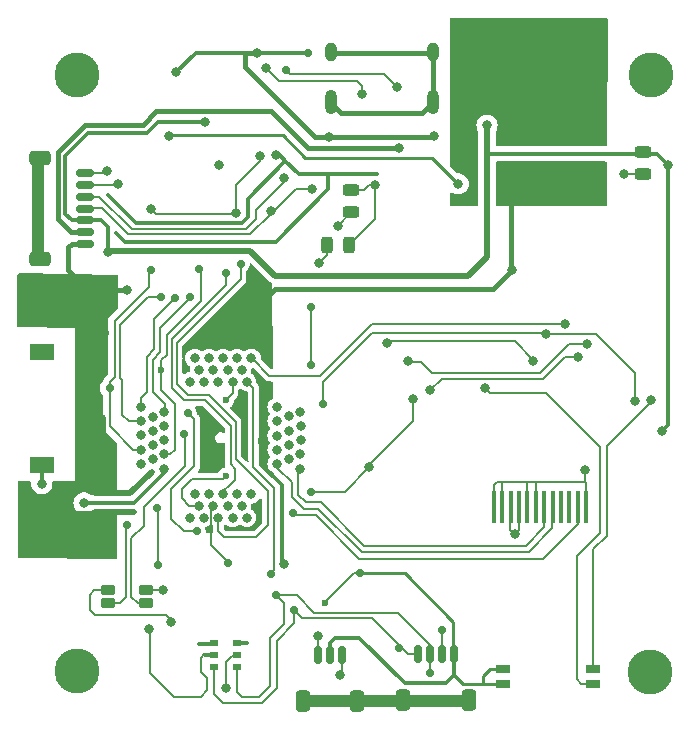
<source format=gbr>
%TF.GenerationSoftware,KiCad,Pcbnew,7.0.1*%
%TF.CreationDate,2023-04-07T20:32:22+02:00*%
%TF.ProjectId,ESP32 S3 MCU Socket,45535033-3220-4533-9320-4d435520536f,rev?*%
%TF.SameCoordinates,Original*%
%TF.FileFunction,Copper,L2,Bot*%
%TF.FilePolarity,Positive*%
%FSLAX46Y46*%
G04 Gerber Fmt 4.6, Leading zero omitted, Abs format (unit mm)*
G04 Created by KiCad (PCBNEW 7.0.1) date 2023-04-07 20:32:22*
%MOMM*%
%LPD*%
G01*
G04 APERTURE LIST*
G04 Aperture macros list*
%AMRoundRect*
0 Rectangle with rounded corners*
0 $1 Rounding radius*
0 $2 $3 $4 $5 $6 $7 $8 $9 X,Y pos of 4 corners*
0 Add a 4 corners polygon primitive as box body*
4,1,4,$2,$3,$4,$5,$6,$7,$8,$9,$2,$3,0*
0 Add four circle primitives for the rounded corners*
1,1,$1+$1,$2,$3*
1,1,$1+$1,$4,$5*
1,1,$1+$1,$6,$7*
1,1,$1+$1,$8,$9*
0 Add four rect primitives between the rounded corners*
20,1,$1+$1,$2,$3,$4,$5,0*
20,1,$1+$1,$4,$5,$6,$7,0*
20,1,$1+$1,$6,$7,$8,$9,0*
20,1,$1+$1,$8,$9,$2,$3,0*%
G04 Aperture macros list end*
%TA.AperFunction,ComponentPad*%
%ADD10C,3.800000*%
%TD*%
%TA.AperFunction,ComponentPad*%
%ADD11O,1.000000X2.100000*%
%TD*%
%TA.AperFunction,ComponentPad*%
%ADD12O,1.000000X1.600000*%
%TD*%
%TA.AperFunction,SMDPad,CuDef*%
%ADD13RoundRect,0.037100X0.317900X0.227900X-0.317900X0.227900X-0.317900X-0.227900X0.317900X-0.227900X0*%
%TD*%
%TA.AperFunction,SMDPad,CuDef*%
%ADD14RoundRect,0.150000X0.150000X0.625000X-0.150000X0.625000X-0.150000X-0.625000X0.150000X-0.625000X0*%
%TD*%
%TA.AperFunction,SMDPad,CuDef*%
%ADD15RoundRect,0.250000X0.350000X0.650000X-0.350000X0.650000X-0.350000X-0.650000X0.350000X-0.650000X0*%
%TD*%
%TA.AperFunction,ComponentPad*%
%ADD16C,0.800000*%
%TD*%
%TA.AperFunction,SMDPad,CuDef*%
%ADD17R,2.100000X1.400000*%
%TD*%
%TA.AperFunction,SMDPad,CuDef*%
%ADD18R,0.300000X2.800000*%
%TD*%
%TA.AperFunction,SMDPad,CuDef*%
%ADD19RoundRect,0.150000X0.625000X-0.150000X0.625000X0.150000X-0.625000X0.150000X-0.625000X-0.150000X0*%
%TD*%
%TA.AperFunction,SMDPad,CuDef*%
%ADD20RoundRect,0.250000X0.650000X-0.350000X0.650000X0.350000X-0.650000X0.350000X-0.650000X-0.350000X0*%
%TD*%
%TA.AperFunction,SMDPad,CuDef*%
%ADD21RoundRect,0.243750X0.456250X-0.243750X0.456250X0.243750X-0.456250X0.243750X-0.456250X-0.243750X0*%
%TD*%
%TA.AperFunction,SMDPad,CuDef*%
%ADD22R,1.270000X0.760000*%
%TD*%
%TA.AperFunction,SMDPad,CuDef*%
%ADD23RoundRect,0.124800X0.475200X0.275200X-0.475200X0.275200X-0.475200X-0.275200X0.475200X-0.275200X0*%
%TD*%
%TA.AperFunction,SMDPad,CuDef*%
%ADD24RoundRect,0.243750X-0.243750X-0.456250X0.243750X-0.456250X0.243750X0.456250X-0.243750X0.456250X0*%
%TD*%
%TA.AperFunction,ViaPad*%
%ADD25C,0.800000*%
%TD*%
%TA.AperFunction,ViaPad*%
%ADD26C,0.600000*%
%TD*%
%TA.AperFunction,ViaPad*%
%ADD27C,0.700000*%
%TD*%
%TA.AperFunction,Conductor*%
%ADD28C,1.000000*%
%TD*%
%TA.AperFunction,Conductor*%
%ADD29C,0.300000*%
%TD*%
%TA.AperFunction,Conductor*%
%ADD30C,0.150000*%
%TD*%
%TA.AperFunction,Conductor*%
%ADD31C,0.510000*%
%TD*%
%TA.AperFunction,Conductor*%
%ADD32C,0.400000*%
%TD*%
%TA.AperFunction,Conductor*%
%ADD33C,0.250000*%
%TD*%
%TA.AperFunction,Conductor*%
%ADD34C,0.320000*%
%TD*%
G04 APERTURE END LIST*
D10*
%TO.P,REF\u002A\u002A,1*%
%TO.N,N/C*%
X174030000Y-66080000D03*
%TD*%
%TO.P,REF\u002A\u002A,1*%
%TO.N,N/C*%
X125440000Y-116470000D03*
%TD*%
D11*
%TO.P,J1,S1,SHIELD*%
%TO.N,Net-(J1-SHIELD-PadS1)*%
X155530000Y-68310000D03*
D12*
X155530000Y-64130000D03*
D11*
X146890000Y-68310000D03*
D12*
X146890000Y-64130000D03*
%TD*%
D10*
%TO.P,REF\u002A\u002A,1*%
%TO.N,N/C*%
X125450000Y-66040000D03*
%TD*%
%TO.P,REF\u002A\u002A,1*%
%TO.N,N/C*%
X173940000Y-116620000D03*
%TD*%
D13*
%TO.P,U3,1,NC*%
%TO.N,unconnected-(U3-NC-Pad1)*%
X138970000Y-114120000D03*
%TO.P,U3,2,VDD*%
%TO.N,3V3*%
X138970000Y-115120000D03*
%TO.P,U3,3,SCL*%
%TO.N,GPIO9_I2C_SCL*%
X138970000Y-116120000D03*
%TO.P,U3,4,SDA*%
%TO.N,GPIO8_I2C_SDA*%
X137000000Y-116120000D03*
%TO.P,U3,5,GND*%
%TO.N,GND*%
X137000000Y-115120000D03*
%TO.P,U3,6,NC*%
%TO.N,unconnected-(U3-NC-Pad6)*%
X137000000Y-114120000D03*
%TD*%
D14*
%TO.P,I2C_PLUG1,1,Pin_1*%
%TO.N,GND*%
X157320000Y-115100000D03*
%TO.P,I2C_PLUG1,2,Pin_2*%
%TO.N,3V3*%
X156320000Y-115100000D03*
%TO.P,I2C_PLUG1,3,Pin_3*%
%TO.N,GPIO9_I2C_SCL*%
X155320000Y-115100000D03*
%TO.P,I2C_PLUG1,4,Pin_4*%
%TO.N,GPIO8_I2C_SDA*%
X154320000Y-115100000D03*
D15*
%TO.P,I2C_PLUG1,MP*%
%TO.N,N/C*%
X158620000Y-118975000D03*
X153020000Y-118975000D03*
%TD*%
D14*
%TO.P,ExtSW1,1,Pin_1*%
%TO.N,ADC_IN_IO04*%
X147850000Y-115165000D03*
%TO.P,ExtSW1,2,Pin_2*%
%TO.N,GND*%
X146850000Y-115165000D03*
%TO.P,ExtSW1,3,Pin_3*%
%TO.N,3V3*%
X145850000Y-115165000D03*
D15*
%TO.P,ExtSW1,MP*%
%TO.N,N/C*%
X149150000Y-119040000D03*
X144550000Y-119040000D03*
%TD*%
D16*
%TO.P,ESP32S1,1,LNA_IN/RF*%
%TO.N,Net-(ESP32S1-LNA_IN{slash}RF)*%
X132820000Y-99370000D03*
%TO.P,ESP32S1,2,VDD3P3*%
%TO.N,Net-(E-VDD3-C2-Pad1)*%
X130820000Y-98970000D03*
%TO.P,ESP32S1,3,VDD3P3*%
X131830000Y-98560000D03*
%TO.P,ESP32S1,4,CHIP_PU/RESET*%
%TO.N,CHIP_EN*%
X132820000Y-98170000D03*
%TO.P,ESP32S1,5,GPIO0/BOOT*%
%TO.N,ESP_GPIO0_BOOT-DTR*%
X130820000Y-97770000D03*
%TO.P,ESP32S1,6,GPIO1/ADC1_CH0*%
%TO.N,BAT_SENSE_IO21*%
X131830000Y-97360000D03*
%TO.P,ESP32S1,7,GPIO2/ADC1_CH1*%
%TO.N,LED_B_IO05*%
X132820000Y-96960000D03*
%TO.P,ESP32S1,8,GPIO3/ADC1_CH2*%
%TO.N,GND*%
X130820000Y-96560000D03*
%TO.P,ESP32S1,9,GPIO4/ADC1_CH3*%
%TO.N,LED_G_IO02*%
X131820000Y-96160000D03*
%TO.P,ESP32S1,10,GPIO5/ADC1_CH4*%
%TO.N,LED_R_IO04*%
X132820000Y-95760000D03*
%TO.P,ESP32S1,11,GPIO6/ADC1_CH5*%
%TO.N,ADC_IN_IO04*%
X130820000Y-95360000D03*
%TO.P,ESP32S1,12,GPIO7/ADC1_CH6*%
%TO.N,VOLTAGE_REF_IO07*%
X131820000Y-94960000D03*
%TO.P,ESP32S1,13,GPIO8/ADC1_CH7*%
%TO.N,GPIO8_I2C_SDA*%
X132820000Y-94570000D03*
%TO.P,ESP32S1,14,GPIO9/ADC1_CH8*%
%TO.N,GPIO9_I2C_SCL*%
X130820000Y-94170000D03*
%TO.P,ESP32S1,15,GPIO10/ADC1_CH9*%
%TO.N,STORAGE_CS_IO10*%
X134980000Y-92010000D03*
%TO.P,ESP32S1,16,GPIO11/ADC2_CH0*%
%TO.N,STORAGE_MOSI_SPID_IO11*%
X135380000Y-90010000D03*
%TO.P,ESP32S1,17,GPIO12/ADC2_CH1*%
%TO.N,FSPICLK_IO12*%
X135770000Y-91000000D03*
%TO.P,ESP32S1,18,GPIO13/ADC2_CH2*%
%TO.N,STORAGE_MISO_SPIQ_IO13*%
X136180000Y-92010000D03*
%TO.P,ESP32S1,19,GPIO14/ADC2_CH3*%
%TO.N,DAC_CALIBRATION*%
X136570000Y-90010000D03*
%TO.P,ESP32S1,20,VDD3P3_RTC*%
%TO.N,3V3*%
X136970000Y-91000000D03*
%TO.P,ESP32S1,21,GPIO15/ADC2_CH4/XTAL_32K_P*%
%TO.N,Net-(ESP32S1-GPIO15{slash}ADC2_CH4{slash}XTAL_32K_P)*%
X137370000Y-92010000D03*
%TO.P,ESP32S1,22,GPIO16/ADC2_CH5/XTAL_32K_N*%
%TO.N,Net-(ESP32S1-GPIO16{slash}ADC2_CH5{slash}XTAL_32K_N)*%
X137770000Y-90010000D03*
%TO.P,ESP32S1,23,GPIO17/ADC2_CH6/DAC_2*%
%TO.N,STORAGE_2_CS_IO17*%
X138180000Y-91000000D03*
%TO.P,ESP32S1,24,GPIO18/ADC2_CH7/DAC_1*%
%TO.N,DAC_CALIBRATION*%
X138580000Y-92010000D03*
%TO.P,ESP32S1,25,GPIO19/USB_D-/ADC2_CH8*%
%TO.N,USB_D-*%
X138980000Y-90010000D03*
%TO.P,ESP32S1,26,GPIO20/USB_D+/ADC2_CH9*%
%TO.N,USB_D+*%
X139380000Y-91000000D03*
%TO.P,ESP32S1,27,GPIO21*%
%TO.N,IMU_CS_IO21*%
X139780000Y-92010000D03*
%TO.P,ESP32S1,28,SPI_CS1/GPIO26*%
%TO.N,SPICS1*%
X140180000Y-90010000D03*
%TO.P,ESP32S1,29,VDD_SPI*%
%TO.N,VDD_SPI*%
X142340000Y-94170000D03*
%TO.P,ESP32S1,30,SPIHD/GPIO27*%
%TO.N,SPIHD*%
X144330000Y-94570000D03*
%TO.P,ESP32S1,31,SPIWP/GPIO28*%
%TO.N,SPIWP*%
X143340000Y-94950000D03*
%TO.P,ESP32S1,32,SPICS0/GPIO29*%
%TO.N,SPICS0*%
X142340000Y-95360000D03*
%TO.P,ESP32S1,33,SPICLK/GPIO30*%
%TO.N,SPICLK*%
X144340000Y-95760000D03*
%TO.P,ESP32S1,34,SPIQ/GPIO31*%
%TO.N,SPIQ*%
X143350000Y-96160000D03*
%TO.P,ESP32S1,35,SPID/GPIO32*%
%TO.N,SPID*%
X142340000Y-96570000D03*
%TO.P,ESP32S1,36,SPICLK_N/GPIO48*%
%TO.N,unconnected-(ESP32S1-SPICLK_N{slash}GPIO48-Pad36)*%
X144350000Y-96960000D03*
%TO.P,ESP32S1,37,SPICLK_P/GPIO47*%
%TO.N,unconnected-(ESP32S1-SPICLK_P{slash}GPIO47-Pad37)*%
X143330000Y-97370000D03*
%TO.P,ESP32S1,38,GPIO33*%
%TO.N,TEMT6000_IO33*%
X142330000Y-97770000D03*
%TO.P,ESP32S1,39,GPIO34*%
%TO.N,PLUG_PWR_3V3_EN_IO38*%
X144330000Y-98170000D03*
%TO.P,ESP32S1,40,GPIO35*%
%TO.N,LCD2_LED_IO10*%
X143340000Y-98560000D03*
%TO.P,ESP32S1,41,GPIO36*%
%TO.N,LCD2_CS_IO12*%
X142330000Y-98960000D03*
%TO.P,ESP32S1,42,GPIO37*%
%TO.N,LCD2_DC_IO11*%
X144330000Y-99370000D03*
%TO.P,ESP32S1,43,GPIO38*%
%TO.N,LCD2_RST_IO33*%
X140180000Y-101510000D03*
%TO.P,ESP32S1,44,MTCK/JTAG/GPIO39*%
%TO.N,unconnected-(ESP32S1-MTCK{slash}JTAG{slash}GPIO39-Pad44)*%
X139780000Y-103510000D03*
%TO.P,ESP32S1,45,MTDO/JTAG/GPIO40*%
%TO.N,unconnected-(ESP32S1-MTDO{slash}JTAG{slash}GPIO40-Pad45)*%
X139370000Y-102500000D03*
%TO.P,ESP32S1,46,VDD3P3_CPU*%
%TO.N,3V3*%
X138580000Y-103510000D03*
%TO.P,ESP32S1,47,MTDI/JTAG/GPIO41*%
%TO.N,unconnected-(ESP32S1-MTDI{slash}JTAG{slash}GPIO41-Pad47)*%
X138980000Y-101510000D03*
%TO.P,ESP32S1,48,MTMS/JTAG/GPIO42*%
%TO.N,unconnected-(ESP32S1-MTMS{slash}JTAG{slash}GPIO42-Pad48)*%
X138170000Y-102500000D03*
%TO.P,ESP32S1,49,U0TXD/PROG/GPIO43*%
%TO.N,Net-(ESP32S1-U0TXD{slash}PROG{slash}GPIO43)*%
X137370000Y-103510000D03*
%TO.P,ESP32S1,50,U0RXD/PROG/GPIO44*%
%TO.N,RXD0*%
X137770000Y-101510000D03*
%TO.P,ESP32S1,51,GPIO45*%
%TO.N,GND*%
X136960000Y-102500000D03*
%TO.P,ESP32S1,52,GPIO46*%
%TO.N,ESP_GPIO0_BOOT-DTR*%
X136170000Y-103510000D03*
%TO.P,ESP32S1,53,XTAL_N*%
%TO.N,Net-(ESP32S1-XTAL_N)*%
X136570000Y-101510000D03*
%TO.P,ESP32S1,54,XTAL_P*%
%TO.N,Net-(ESP32S1-XTAL_P)*%
X135760000Y-102500000D03*
%TO.P,ESP32S1,55,VDDA*%
%TO.N,3V3*%
X135380000Y-101510000D03*
%TO.P,ESP32S1,56,VDDA*%
X134980000Y-103510000D03*
%TD*%
D17*
%TO.P,ANT1,1,1*%
%TO.N,Net-(ANT1-Pad1)*%
X122430000Y-99020000D03*
%TO.P,ANT1,2,2*%
%TO.N,unconnected-(ANT1-Pad2)*%
X122430000Y-89520000D03*
%TD*%
D18*
%TO.P,LCD1,1,Pin_1*%
%TO.N,GND*%
X160705000Y-102595000D03*
%TO.P,LCD1,2,Pin_2*%
X161415000Y-102600000D03*
%TO.P,LCD1,3,Pin_3*%
%TO.N,3V3*%
X162125000Y-102600000D03*
%TO.P,LCD1,4,Pin_4*%
X162835000Y-102595000D03*
%TO.P,LCD1,5,Pin_5*%
%TO.N,GND*%
X163545000Y-102600000D03*
%TO.P,LCD1,6,Pin_6*%
X164260000Y-102595000D03*
%TO.P,LCD1,7,Pin_7*%
%TO.N,LCD2_DC_IO11*%
X164970000Y-102595000D03*
%TO.P,LCD1,8,Pin_8*%
%TO.N,LCD2_CS_IO12*%
X165680000Y-102595000D03*
%TO.P,LCD1,9,Pin_9*%
%TO.N,unconnected-(LCD1-Pin_9-Pad9)*%
X166390000Y-102590000D03*
%TO.P,LCD1,10,Pin_10*%
%TO.N,unconnected-(LCD1-Pin_10-Pad10)*%
X167100000Y-102595000D03*
%TO.P,LCD1,11,Pin_11*%
%TO.N,LCD2_RST_IO33*%
X167810000Y-102595000D03*
%TO.P,LCD1,12,Pin_12*%
%TO.N,GND*%
X168520000Y-102595000D03*
%TD*%
D19*
%TO.P,J2,1,Pin_1*%
%TO.N,GND*%
X126130000Y-80350000D03*
%TO.P,J2,2,Pin_2*%
%TO.N,USB_VBUS*%
X126130000Y-79350000D03*
%TO.P,J2,3,Pin_3*%
%TO.N,3V3*%
X126130000Y-78350000D03*
%TO.P,J2,4,Pin_4*%
%TO.N,TXD0*%
X126130000Y-77350000D03*
%TO.P,J2,5,Pin_5*%
%TO.N,RXD0*%
X126130000Y-76350000D03*
%TO.P,J2,6,Pin_6*%
%TO.N,ESP_GPIO0_BOOT-DTR*%
X126130000Y-75350000D03*
%TO.P,J2,7,Pin_7*%
%TO.N,CHIP_EN*%
X126130000Y-74350000D03*
D20*
%TO.P,J2,MP*%
%TO.N,N/C*%
X122255000Y-81650000D03*
X122255000Y-73050000D03*
%TD*%
D21*
%TO.P,PWR-LED1,1,K*%
%TO.N,Net-(PWR-LED1-K)*%
X173370000Y-74417500D03*
%TO.P,PWR-LED1,2,A*%
%TO.N,3V3*%
X173370000Y-72542500D03*
%TD*%
%TO.P,CH-TX-RED1,1,K*%
%TO.N,Net-(CH-TX-RED1-K)*%
X148650000Y-77657500D03*
%TO.P,CH-TX-RED1,2,A*%
%TO.N,USB_VBUS*%
X148650000Y-75782500D03*
%TD*%
D22*
%TO.P,SW1,1*%
%TO.N,GND*%
X161480000Y-117615000D03*
%TO.P,SW1,2*%
X161480000Y-116345000D03*
%TO.P,SW1,3*%
%TO.N,GND_SRAM*%
X169100000Y-116345000D03*
%TO.P,SW1,4*%
%TO.N,GND_FLASH*%
X169100000Y-117615000D03*
%TD*%
D23*
%TO.P,LED1,1,GA*%
%TO.N,LED_G_IO02*%
X131240000Y-110750000D03*
%TO.P,LED1,2,BA*%
%TO.N,LED_B_IO05*%
X128060000Y-110760000D03*
%TO.P,LED1,3,RA*%
%TO.N,Net-(LED1-RA)*%
X131240000Y-109610000D03*
%TO.P,LED1,4,K*%
%TO.N,3V3*%
X128050000Y-109640000D03*
%TD*%
D24*
%TO.P,CH-RX-LED1,1,K*%
%TO.N,Net-(CH-RX-LED1-K)*%
X146610000Y-80410000D03*
%TO.P,CH-RX-LED1,2,A*%
%TO.N,USB_VBUS*%
X148485000Y-80410000D03*
%TD*%
D25*
%TO.N,GND*%
X140650000Y-64150000D03*
X155660000Y-71240000D03*
X162230000Y-82540000D03*
D26*
X140991635Y-97058365D03*
D27*
X144980000Y-64170000D03*
D25*
X131530000Y-112970000D03*
D26*
X140850000Y-102760000D03*
D25*
X142980000Y-107420000D03*
X142300000Y-72850000D03*
D27*
X145260000Y-101320000D03*
X138200000Y-107380000D03*
D25*
X127105645Y-93105645D03*
D27*
X145260000Y-85710000D03*
X145250000Y-90620000D03*
D25*
X137470000Y-73672500D03*
X168280000Y-67767500D03*
X146790000Y-71280000D03*
D26*
X146430000Y-110770000D03*
D25*
X129650000Y-84270000D03*
D27*
X127764500Y-87860000D03*
X149410000Y-108210000D03*
D25*
X168440000Y-99490000D03*
X153900000Y-93460000D03*
X126780000Y-105870000D03*
X150170000Y-99200000D03*
D27*
X141060000Y-86350000D03*
D25*
X133830000Y-65820000D03*
X162080000Y-73990000D03*
D26*
X137710000Y-97790000D03*
X139470000Y-93660000D03*
D25*
%TO.N,3V3*%
X160130000Y-70290000D03*
X145840000Y-113570000D03*
X138030000Y-117910000D03*
X174910000Y-96210000D03*
X162480000Y-104915500D03*
X128020000Y-80990000D03*
X133350000Y-112370000D03*
X175450000Y-73660000D03*
D27*
X156300000Y-112990000D03*
D25*
X136270000Y-70030000D03*
%TO.N,VIN*%
X133195000Y-71235000D03*
X157680000Y-75250000D03*
D27*
%TO.N,ADC_IN_IO04*%
X132490000Y-84870500D03*
D25*
X147700000Y-116870000D03*
%TO.N,CHIP_EN*%
X127920000Y-74140000D03*
D26*
X132555500Y-91030000D03*
D27*
X135760000Y-82500000D03*
D25*
%TO.N,Net-(ESP32S1-LNA_IN{slash}RF)*%
X126010000Y-102280000D03*
%TO.N,VDD_SPI*%
X153420000Y-90280000D03*
X168630000Y-88830000D03*
D26*
%TO.N,Net-(ESP32S1-XTAL_P)*%
X138013375Y-99966625D03*
D25*
%TO.N,SPICS1*%
X166770000Y-87140000D03*
%TO.N,SPIWP*%
X172670000Y-93600000D03*
X165160000Y-87970000D03*
D27*
X146220000Y-93920000D03*
D25*
%TO.N,SPIHD*%
X167823366Y-89946634D03*
X155330000Y-92740000D03*
%TO.N,TXD0*%
X141797841Y-77538416D03*
X145350000Y-75670000D03*
D27*
%TO.N,Net-(ESP32S1-U0TXD{slash}PROG{slash}GPIO43)*%
X139275256Y-82005500D03*
%TO.N,ESP_GPIO0_BOOT-DTR*%
X131687500Y-82550000D03*
X134786116Y-94620000D03*
D25*
X128870000Y-75290000D03*
D27*
X135550000Y-104680000D03*
X128180000Y-92550000D03*
%TO.N,LED_G_IO02*%
X134504240Y-96470260D03*
%TO.N,LED_R_IO04*%
X132253983Y-107516017D03*
X132203010Y-102733010D03*
%TO.N,LED_B_IO05*%
X129640000Y-104130000D03*
%TO.N,GPIO8_I2C_SDA*%
X143820000Y-111350000D03*
X152690000Y-114560000D03*
X134990000Y-84844500D03*
%TO.N,GPIO9_I2C_SCL*%
X142230000Y-110050000D03*
X133700000Y-84890000D03*
X155330000Y-116690000D03*
D26*
%TO.N,DAC_CALIBRATION*%
X138010000Y-93570000D03*
D27*
%TO.N,IMU_CS_IO21*%
X141860000Y-108260000D03*
D25*
%TO.N,SPICS0*%
X164060000Y-90270000D03*
X151660000Y-88690000D03*
D27*
%TO.N,LCD2_RST_IO33*%
X143700000Y-103160000D03*
D25*
%TO.N,RXD0*%
X142950000Y-74800000D03*
D27*
X138070000Y-82765500D03*
%TO.N,Net-(J1-CC1)*%
X143090000Y-65590000D03*
D25*
X152490000Y-67060000D03*
%TO.N,Net-(J1-CC2)*%
X149580000Y-67670000D03*
X141455282Y-65462013D03*
%TO.N,Net-(LED1-RA)*%
X132700000Y-109610000D03*
%TO.N,Net-(ANT1-Pad1)*%
X122427500Y-100630000D03*
%TO.N,Net-(PWR-LED1-K)*%
X171740000Y-74400000D03*
%TO.N,USB_VBUS*%
X152660000Y-72230000D03*
X150670000Y-75320000D03*
%TO.N,CH-DTR*%
X131655000Y-77345000D03*
X138884283Y-77685956D03*
X140940000Y-72900000D03*
%TO.N,Net-(CH-RX-LED1-K)*%
X145920000Y-81960000D03*
%TO.N,Net-(CH-TX-RED1-K)*%
X147470000Y-78840000D03*
%TO.N,GND_SRAM*%
X174020000Y-93530000D03*
%TO.N,GND_FLASH*%
X159980000Y-92580000D03*
%TD*%
D28*
%TO.N,*%
X122120000Y-81630000D02*
X122120000Y-73030000D01*
X158520000Y-119040000D02*
X158600000Y-118960000D01*
X144550000Y-119040000D02*
X158520000Y-119040000D01*
D29*
%TO.N,GND*%
X146670000Y-75720000D02*
X146670000Y-74455000D01*
D30*
X160940000Y-100510000D02*
X168210000Y-100510000D01*
D31*
X126790000Y-103240000D02*
X126965000Y-103065000D01*
D30*
X150170000Y-99070000D02*
X153900000Y-95340000D01*
D32*
X126370000Y-84250000D02*
X124680000Y-82560000D01*
D29*
X130449002Y-78559002D02*
X139360998Y-78559002D01*
X127710000Y-87914500D02*
X127764500Y-87860000D01*
D30*
X168410000Y-100510000D02*
X168210000Y-100510000D01*
D31*
X124580000Y-103240000D02*
X126790000Y-103240000D01*
D29*
X129468298Y-80150000D02*
X142240000Y-80150000D01*
D30*
X139460000Y-98362182D02*
X139853454Y-98755636D01*
X135890000Y-116575573D02*
X135890000Y-115360000D01*
D32*
X162160000Y-74300000D02*
X161960000Y-74100000D01*
D30*
X150170000Y-99200000D02*
X150120000Y-99250000D01*
D31*
X129937416Y-101430000D02*
X127580000Y-101430000D01*
D30*
X168490000Y-100510000D02*
X168510000Y-100530000D01*
D29*
X128080000Y-76190000D02*
X130449002Y-78559002D01*
X156630000Y-117500000D02*
X153160000Y-117500000D01*
X143055000Y-73351497D02*
X143055000Y-73325000D01*
X127764500Y-87860000D02*
X127760000Y-87855500D01*
D31*
X126790000Y-103240000D02*
X126790000Y-105800000D01*
D29*
X139850000Y-78070000D02*
X139850000Y-76556497D01*
D31*
X126965000Y-103065000D02*
X130245000Y-103065000D01*
D29*
X150815000Y-74455000D02*
X144185000Y-74455000D01*
D32*
X162230000Y-82540000D02*
X160620000Y-84150000D01*
D30*
X145260000Y-85710000D02*
X145250000Y-85720000D01*
D31*
X127105645Y-94625645D02*
X127580000Y-95100000D01*
D30*
X150120000Y-99250000D02*
X150120000Y-99270000D01*
X136450000Y-117135573D02*
X135890000Y-116575573D01*
D31*
X123830000Y-100710000D02*
X123830000Y-102490000D01*
D32*
X160620000Y-84150000D02*
X142210000Y-84150000D01*
D30*
X168210000Y-100510000D02*
X168490000Y-100510000D01*
X160705000Y-102620000D02*
X160705000Y-100745000D01*
X139470000Y-93660000D02*
X139460000Y-93670000D01*
X150170000Y-99200000D02*
X150170000Y-99070000D01*
D32*
X155620000Y-71280000D02*
X155660000Y-71240000D01*
X127105645Y-93105645D02*
X127105645Y-91834355D01*
X124680000Y-82560000D02*
X124680000Y-80630000D01*
X139630000Y-64200000D02*
X139680000Y-64150000D01*
D33*
X149410000Y-108210000D02*
X153150000Y-108210000D01*
D32*
X139680000Y-64150000D02*
X140650000Y-64150000D01*
D30*
X150120000Y-99270000D02*
X148070000Y-101320000D01*
D29*
X140991635Y-99009933D02*
X140991635Y-97058365D01*
D30*
X153940000Y-93500000D02*
X153900000Y-93460000D01*
D29*
X157300000Y-115085000D02*
X157300000Y-116830000D01*
D30*
X136150000Y-115100000D02*
X136190000Y-115100000D01*
X136780000Y-104180000D02*
X136780000Y-102592500D01*
D32*
X129630000Y-84250000D02*
X126370000Y-84250000D01*
D33*
X159780000Y-117615000D02*
X158085000Y-117615000D01*
X161480000Y-117615000D02*
X159780000Y-117615000D01*
D31*
X127580000Y-95100000D02*
X127580000Y-101430000D01*
D32*
X142210000Y-84150000D02*
X141060000Y-85300000D01*
D31*
X126190000Y-100710000D02*
X123830000Y-100710000D01*
D32*
X127760000Y-87855500D02*
X127760000Y-84270000D01*
D30*
X160705000Y-100745000D02*
X160940000Y-100510000D01*
X136780000Y-104260000D02*
X136780000Y-104277818D01*
D33*
X157290000Y-112350000D02*
X157290000Y-115185000D01*
D30*
X146430000Y-110680000D02*
X148870000Y-108240000D01*
X145250000Y-85720000D02*
X145250000Y-90620000D01*
D32*
X124680000Y-80630000D02*
X124980000Y-80330000D01*
D30*
X168440000Y-99490000D02*
X168440000Y-100480000D01*
D33*
X159780000Y-116950000D02*
X159780000Y-117615000D01*
D30*
X163535000Y-100515000D02*
X163540000Y-100510000D01*
X163535000Y-102765000D02*
X163535000Y-100515000D01*
D31*
X123830000Y-102490000D02*
X124580000Y-103240000D01*
D29*
X147290000Y-113670000D02*
X146850000Y-114110000D01*
D30*
X168510000Y-100530000D02*
X168510000Y-102760000D01*
D29*
X139360998Y-78559002D02*
X139850000Y-78070000D01*
X144185000Y-74455000D02*
X143055000Y-73325000D01*
D31*
X126910000Y-101430000D02*
X126190000Y-100710000D01*
D30*
X148070000Y-101320000D02*
X145260000Y-101320000D01*
D29*
X142240000Y-80150000D02*
X146670000Y-75720000D01*
D32*
X129650000Y-84270000D02*
X129630000Y-84250000D01*
D30*
X139460000Y-93670000D02*
X139460000Y-98362182D01*
D29*
X149330000Y-113670000D02*
X147290000Y-113670000D01*
D30*
X131530000Y-112970000D02*
X131610000Y-113050000D01*
D29*
X135500000Y-64150000D02*
X138520000Y-64150000D01*
X133790000Y-65820000D02*
X133830000Y-65820000D01*
D30*
X136780000Y-105820000D02*
X136780000Y-104180000D01*
D32*
X127105645Y-91834355D02*
X127710000Y-91230000D01*
D30*
X136450000Y-118140000D02*
X136450000Y-117135573D01*
X138200000Y-107240000D02*
X136780000Y-105820000D01*
X138200000Y-107380000D02*
X138200000Y-107240000D01*
D31*
X126790000Y-105800000D02*
X126800000Y-105810000D01*
D29*
X153160000Y-117500000D02*
X149330000Y-113670000D01*
X144980000Y-64170000D02*
X144960000Y-64150000D01*
X138520000Y-64150000D02*
X140650000Y-64150000D01*
D32*
X141060000Y-85300000D02*
X141060000Y-86350000D01*
X146790000Y-71280000D02*
X145560000Y-71280000D01*
D29*
X139850000Y-76556497D02*
X143055000Y-73351497D01*
X146850000Y-114110000D02*
X146850000Y-115165000D01*
D33*
X158085000Y-117615000D02*
X157300000Y-116830000D01*
D29*
X144960000Y-64150000D02*
X138520000Y-64150000D01*
D30*
X164250000Y-102760000D02*
X164250000Y-100530000D01*
X168440000Y-100480000D02*
X168410000Y-100510000D01*
D32*
X139630000Y-65350000D02*
X139630000Y-64200000D01*
D30*
X135890000Y-115360000D02*
X136150000Y-115100000D01*
D29*
X142755000Y-100773298D02*
X140991635Y-99009933D01*
X146430000Y-110770000D02*
X146430000Y-110680000D01*
D32*
X127710000Y-91230000D02*
X127710000Y-87914500D01*
D33*
X160385000Y-116345000D02*
X159780000Y-116950000D01*
D29*
X143055000Y-73325000D02*
X142580000Y-72850000D01*
D33*
X161480000Y-116345000D02*
X160385000Y-116345000D01*
D32*
X162160000Y-82470000D02*
X162160000Y-74300000D01*
D30*
X135870000Y-118720000D02*
X136450000Y-118140000D01*
D29*
X133830000Y-65820000D02*
X135500000Y-64150000D01*
D32*
X162230000Y-82540000D02*
X162160000Y-82470000D01*
D31*
X127580000Y-101430000D02*
X126910000Y-101430000D01*
D30*
X133630000Y-118720000D02*
X135870000Y-118720000D01*
D29*
X128754149Y-79435851D02*
X129468298Y-80150000D01*
D32*
X146790000Y-71280000D02*
X155620000Y-71280000D01*
D29*
X142300000Y-72850000D02*
X142580000Y-72850000D01*
D30*
X153900000Y-95340000D02*
X153900000Y-93460000D01*
D29*
X137003240Y-115120000D02*
X136210000Y-115120000D01*
D31*
X127105645Y-93105645D02*
X127105645Y-94625645D01*
X131733708Y-99633708D02*
X129937416Y-101430000D01*
D30*
X150120000Y-99250000D02*
X149820000Y-99250000D01*
X131610000Y-113050000D02*
X131610000Y-116700000D01*
X131610000Y-116700000D02*
X133630000Y-118720000D01*
D33*
X153150000Y-108210000D02*
X157290000Y-112350000D01*
D30*
X161405000Y-102765000D02*
X161405000Y-100555000D01*
X148870000Y-108240000D02*
X149410000Y-108240000D01*
D29*
X142755000Y-107195000D02*
X142755000Y-100773298D01*
D30*
X161405000Y-100555000D02*
X161450000Y-100510000D01*
D29*
X142980000Y-107420000D02*
X142755000Y-107195000D01*
D32*
X124980000Y-80330000D02*
X125995000Y-80330000D01*
D29*
X157300000Y-116830000D02*
X156630000Y-117500000D01*
D30*
X136780000Y-104260000D02*
X136780000Y-104180000D01*
D32*
X145560000Y-71280000D02*
X139630000Y-65350000D01*
D30*
%TO.N,3V3*%
X145850000Y-115165000D02*
X145850000Y-113700000D01*
X138030000Y-115740000D02*
X138569830Y-115200170D01*
X128050000Y-109640000D02*
X126890000Y-109640000D01*
X156210000Y-113090000D02*
X156300000Y-113020000D01*
X162115000Y-104550500D02*
X162115000Y-102765000D01*
X162835000Y-104560500D02*
X162835000Y-102620000D01*
D31*
X140095000Y-80955000D02*
X128055000Y-80955000D01*
D29*
X124960000Y-78330000D02*
X124430000Y-77800000D01*
X174540000Y-72710000D02*
X160130000Y-72710000D01*
X175470000Y-95650000D02*
X175470000Y-73640000D01*
D30*
X162480000Y-104915500D02*
X162835000Y-104560500D01*
X156300000Y-115085000D02*
X156300000Y-113180000D01*
D29*
X175470000Y-73640000D02*
X174540000Y-72710000D01*
D30*
X156300000Y-113020000D02*
X156270000Y-112990000D01*
X126480000Y-110050000D02*
X126480000Y-111320000D01*
D31*
X128055000Y-80955000D02*
X128020000Y-80990000D01*
D30*
X132940000Y-111750000D02*
X133570000Y-112380000D01*
D31*
X158540000Y-83060000D02*
X142200000Y-83060000D01*
X142200000Y-83060000D02*
X140095000Y-80955000D01*
X128070000Y-80980000D02*
X128080000Y-80980000D01*
D30*
X156300000Y-113180000D02*
X156210000Y-113090000D01*
X162480000Y-104915500D02*
X162115000Y-104550500D01*
D33*
X136270000Y-70030000D02*
X136160000Y-70170000D01*
D29*
X124430000Y-72930660D02*
X126370660Y-70990000D01*
X174910000Y-96210000D02*
X175470000Y-95650000D01*
X136240000Y-70060000D02*
X136270000Y-70030000D01*
D31*
X160130000Y-81470000D02*
X158540000Y-83060000D01*
D30*
X138030000Y-117910000D02*
X138030000Y-115740000D01*
D29*
X132240000Y-70060000D02*
X136240000Y-70060000D01*
D31*
X128020000Y-80990000D02*
X128070000Y-80980000D01*
D29*
X126370660Y-70990000D02*
X131310000Y-70990000D01*
D31*
X160130000Y-73130000D02*
X160130000Y-81470000D01*
D29*
X131310000Y-70990000D02*
X132240000Y-70060000D01*
D31*
X160130000Y-70290000D02*
X160130000Y-73130000D01*
D29*
X124430000Y-77800000D02*
X124430000Y-72930660D01*
D30*
X126910000Y-111750000D02*
X132940000Y-111750000D01*
X145850000Y-113700000D02*
X145800000Y-113650000D01*
D29*
X125995000Y-78330000D02*
X127460000Y-78330000D01*
D30*
X126480000Y-111320000D02*
X126910000Y-111750000D01*
X126890000Y-109640000D02*
X126480000Y-110050000D01*
D29*
X125995000Y-78330000D02*
X124960000Y-78330000D01*
D30*
X138569830Y-115200170D02*
X138646650Y-115200170D01*
D29*
X128020000Y-78890000D02*
X128020000Y-80990000D01*
X127460000Y-78330000D02*
X128020000Y-78890000D01*
D33*
%TO.N,VIN*%
X155460000Y-73030000D02*
X157680000Y-75250000D01*
X133270000Y-71160000D02*
X142854696Y-71160000D01*
X133195000Y-71235000D02*
X133270000Y-71160000D01*
X144724696Y-73030000D02*
X155460000Y-73030000D01*
X142854696Y-71160000D02*
X144724696Y-73030000D01*
D30*
%TO.N,ADC_IN_IO04*%
X132490000Y-84870500D02*
X131387318Y-84870500D01*
X129080000Y-87177818D02*
X129080000Y-91690000D01*
X129080000Y-91690000D02*
X129260000Y-91870000D01*
X129780000Y-95340000D02*
X130830000Y-95340000D01*
X147850000Y-116460000D02*
X147490000Y-116820000D01*
X147850000Y-115165000D02*
X147850000Y-116460000D01*
X131387318Y-84870500D02*
X129080000Y-87177818D01*
X129260000Y-91870000D02*
X129260000Y-94820000D01*
X132490000Y-84870500D02*
X132449500Y-84830000D01*
X129260000Y-94820000D02*
X129780000Y-95340000D01*
%TO.N,CHIP_EN*%
X133720000Y-93870000D02*
X133720000Y-97750000D01*
X133020000Y-89735636D02*
X133020000Y-88051937D01*
X135890000Y-85181937D02*
X135890000Y-82630000D01*
X132555500Y-90200136D02*
X133020000Y-89735636D01*
X127730000Y-74330000D02*
X127920000Y-74140000D01*
X125995000Y-74330000D02*
X127730000Y-74330000D01*
X133020000Y-88051937D02*
X135890000Y-85181937D01*
X132555500Y-92705500D02*
X133720000Y-93870000D01*
X132555500Y-91030000D02*
X132555500Y-90200136D01*
X135890000Y-82630000D02*
X135760000Y-82500000D01*
X133720000Y-97750000D02*
X133300000Y-98170000D01*
X132555500Y-91030000D02*
X132555500Y-92705500D01*
X133300000Y-98170000D02*
X132840000Y-98170000D01*
D34*
%TO.N,Net-(ESP32S1-LNA_IN{slash}RF)*%
X130270000Y-102250000D02*
X126040000Y-102250000D01*
X132840000Y-99370000D02*
X132840000Y-99680000D01*
X126010000Y-102280000D02*
X125980000Y-102250000D01*
X132840000Y-99680000D02*
X130270000Y-102250000D01*
X125980000Y-102250000D02*
X125910000Y-102250000D01*
X126040000Y-102250000D02*
X126010000Y-102280000D01*
X125910000Y-102250000D02*
X125890000Y-102270000D01*
D30*
%TO.N,VDD_SPI*%
X154560000Y-90310000D02*
X153450000Y-90310000D01*
X164640000Y-91240000D02*
X155490000Y-91240000D01*
X155490000Y-91240000D02*
X154560000Y-90310000D01*
X168630000Y-88830000D02*
X167050000Y-88830000D01*
X153450000Y-90310000D02*
X153420000Y-90280000D01*
X167050000Y-88830000D02*
X164640000Y-91240000D01*
%TO.N,Net-(ESP32S1-XTAL_P)*%
X138013375Y-99966625D02*
X137770000Y-100210000D01*
X135130000Y-100210000D02*
X134280000Y-101060000D01*
X134280000Y-101890000D02*
X134890000Y-102500000D01*
X137770000Y-100210000D02*
X135130000Y-100210000D01*
X134280000Y-101060000D02*
X134280000Y-101890000D01*
X134890000Y-102500000D02*
X135780000Y-102500000D01*
%TO.N,SPICS1*%
X141700000Y-91500000D02*
X140190000Y-89990000D01*
X166770000Y-87140000D02*
X166730000Y-87100000D01*
X150412182Y-87100000D02*
X146012182Y-91500000D01*
X166730000Y-87100000D02*
X150412182Y-87100000D01*
X146012182Y-91500000D02*
X141700000Y-91500000D01*
%TO.N,SPIWP*%
X165160000Y-87970000D02*
X165090000Y-87900000D01*
X169390000Y-87970000D02*
X172670000Y-91250000D01*
X172670000Y-91250000D02*
X172670000Y-93600000D01*
X165090000Y-87900000D02*
X150390000Y-87900000D01*
X150390000Y-87900000D02*
X146220000Y-92070000D01*
X165160000Y-87970000D02*
X169390000Y-87970000D01*
X146220000Y-92070000D02*
X146220000Y-93920000D01*
%TO.N,SPIHD*%
X156280000Y-91790000D02*
X155330000Y-92740000D01*
X164867817Y-91790000D02*
X156280000Y-91790000D01*
X167823366Y-89946634D02*
X166711184Y-89946634D01*
X166711184Y-89946634D02*
X164867817Y-91790000D01*
%TO.N,TXD0*%
X140081701Y-79500000D02*
X129702182Y-79500000D01*
X141797841Y-77538416D02*
X141797841Y-77783860D01*
X142101584Y-77538416D02*
X143980000Y-75660000D01*
X129702182Y-79500000D02*
X127532182Y-77330000D01*
X141797841Y-77783860D02*
X140081701Y-79500000D01*
X127532182Y-77330000D02*
X125995000Y-77330000D01*
X141797841Y-77538416D02*
X142101584Y-77538416D01*
X143980000Y-75660000D02*
X145340000Y-75660000D01*
X145340000Y-75660000D02*
X145370000Y-75690000D01*
%TO.N,Net-(ESP32S1-U0TXD{slash}PROG{slash}GPIO43)*%
X136577816Y-93120000D02*
X134800000Y-93120000D01*
X140540000Y-105130000D02*
X141560000Y-104110000D01*
X133860000Y-88767573D02*
X139275256Y-83352317D01*
X138840000Y-95382184D02*
X136577816Y-93120000D01*
X137380000Y-103490000D02*
X137380000Y-104610000D01*
X134800000Y-93120000D02*
X133860000Y-92180000D01*
X138840000Y-98520000D02*
X138840000Y-95382184D01*
X137900000Y-105130000D02*
X140540000Y-105130000D01*
X141560000Y-101240000D02*
X138840000Y-98520000D01*
X139275256Y-83352317D02*
X139275256Y-82005500D01*
X141560000Y-104110000D02*
X141560000Y-101240000D01*
X133860000Y-92180000D02*
X133860000Y-88767573D01*
X137380000Y-104610000D02*
X137900000Y-105130000D01*
%TO.N,ESP_GPIO0_BOOT-DTR*%
X134440000Y-104680000D02*
X135550000Y-104680000D01*
X133400000Y-101127818D02*
X133400000Y-103640000D01*
X135360000Y-99167818D02*
X133400000Y-101127818D01*
X128810000Y-75350000D02*
X126015000Y-75350000D01*
X130160000Y-97770000D02*
X130840000Y-97770000D01*
X128180000Y-95790000D02*
X130160000Y-97770000D01*
X131510000Y-82727500D02*
X131510000Y-83970000D01*
X128639500Y-91590500D02*
X128180000Y-92050000D01*
X133400000Y-103640000D02*
X134440000Y-104680000D01*
X128639500Y-86840500D02*
X128639500Y-91590500D01*
X128870000Y-75290000D02*
X128810000Y-75350000D01*
X135360000Y-95193884D02*
X135360000Y-99167818D01*
X134786116Y-94620000D02*
X135360000Y-95193884D01*
X131510000Y-83970000D02*
X128639500Y-86840500D01*
X126015000Y-75350000D02*
X125995000Y-75330000D01*
X131687500Y-82550000D02*
X131510000Y-82727500D01*
X128180000Y-92050000D02*
X128180000Y-95790000D01*
%TO.N,LED_G_IO02*%
X130020000Y-110230000D02*
X130540000Y-110750000D01*
X134580000Y-99170000D02*
X131100000Y-102650000D01*
X131100000Y-104190000D02*
X130020000Y-105270000D01*
X130540000Y-110750000D02*
X131240000Y-110750000D01*
X130020000Y-105270000D02*
X130020000Y-110230000D01*
X134504240Y-96470260D02*
X134580000Y-96546020D01*
X131100000Y-102650000D02*
X131100000Y-104190000D01*
X134580000Y-96546020D02*
X134580000Y-99170000D01*
%TO.N,LED_R_IO04*%
X132203010Y-102733010D02*
X132253983Y-102783983D01*
X132253983Y-102783983D02*
X132253983Y-107516017D01*
%TO.N,LED_B_IO05*%
X129090000Y-110760000D02*
X128060000Y-110760000D01*
X129640000Y-104130000D02*
X129600000Y-104170000D01*
X129600000Y-104170000D02*
X129600000Y-110250000D01*
X129600000Y-110250000D02*
X129090000Y-110760000D01*
%TO.N,GPIO8_I2C_SDA*%
X132830000Y-93890000D02*
X131820000Y-92880000D01*
X132830000Y-94550000D02*
X132830000Y-93890000D01*
X132470000Y-89507818D02*
X132470000Y-87450000D01*
X143820000Y-112430000D02*
X143820000Y-111350000D01*
X137000000Y-118480000D02*
X137740000Y-119220000D01*
X132470000Y-87450000D02*
X134990000Y-84930000D01*
X143690000Y-111310000D02*
X143630000Y-111250000D01*
X154300000Y-115085000D02*
X154265000Y-115050000D01*
X131820000Y-90157818D02*
X132470000Y-89507818D01*
X153440000Y-115050000D02*
X150380000Y-111990000D01*
X143820000Y-111350000D02*
X143780000Y-111310000D01*
X134990000Y-84930000D02*
X134990000Y-84844500D01*
X137000000Y-116120000D02*
X137000000Y-118480000D01*
X144460000Y-111990000D02*
X143820000Y-111350000D01*
X137740000Y-119220000D02*
X141077818Y-119220000D01*
X143780000Y-111310000D02*
X143690000Y-111310000D01*
X154265000Y-115050000D02*
X153440000Y-115050000D01*
X150380000Y-111990000D02*
X144460000Y-111990000D01*
X142330000Y-117967818D02*
X142330000Y-113920000D01*
X142330000Y-113920000D02*
X143820000Y-112430000D01*
X131820000Y-92880000D02*
X131820000Y-90157818D01*
X141077818Y-119220000D02*
X142330000Y-117967818D01*
%TO.N,GPIO9_I2C_SCL*%
X140850000Y-118670000D02*
X139390000Y-118670000D01*
X131920000Y-86720000D02*
X133700000Y-84940000D01*
X145520000Y-111550000D02*
X152560000Y-111550000D01*
X142945000Y-112527182D02*
X141780000Y-113692182D01*
X139390000Y-118670000D02*
X138970000Y-118250000D01*
X142945000Y-110765000D02*
X142945000Y-112527182D01*
X141780000Y-113692182D02*
X141780000Y-117740000D01*
X142230000Y-110050000D02*
X142945000Y-110765000D01*
X131300000Y-89900000D02*
X131920000Y-89280000D01*
X142230000Y-110050000D02*
X144020000Y-110050000D01*
X131920000Y-89280000D02*
X131920000Y-86720000D01*
X133700000Y-84940000D02*
X133700000Y-84890000D01*
X155300000Y-114290000D02*
X155300000Y-116560000D01*
X152560000Y-111550000D02*
X155300000Y-114290000D01*
X141780000Y-117740000D02*
X140850000Y-118670000D01*
X138970000Y-118250000D02*
X138970000Y-116120000D01*
X144020000Y-110050000D02*
X145520000Y-111550000D01*
X155300000Y-116560000D02*
X155330000Y-116590000D01*
X130830000Y-94150000D02*
X130830000Y-93370000D01*
X131300000Y-92900000D02*
X131300000Y-89900000D01*
X130830000Y-93370000D02*
X131300000Y-92900000D01*
%TO.N,DAC_CALIBRATION*%
X138590000Y-92990000D02*
X138010000Y-93570000D01*
X138590000Y-91990000D02*
X138590000Y-92990000D01*
%TO.N,IMU_CS_IO21*%
X142130000Y-101032182D02*
X140350000Y-99252182D01*
X140350000Y-99252182D02*
X140350000Y-92550000D01*
X142130000Y-107990000D02*
X142130000Y-101032182D01*
X141860000Y-108260000D02*
X142130000Y-107990000D01*
X140350000Y-92550000D02*
X139790000Y-91990000D01*
%TO.N,SPICS0*%
X163950000Y-90280000D02*
X163940000Y-90280000D01*
X164060000Y-90200000D02*
X164060000Y-90270000D01*
X151660000Y-88690000D02*
X151750000Y-88600000D01*
X162460000Y-88600000D02*
X164060000Y-90200000D01*
X164060000Y-90270000D02*
X163950000Y-90280000D01*
X151750000Y-88600000D02*
X162460000Y-88600000D01*
%TO.N,LCD2_DC_IO11*%
X149735636Y-105880000D02*
X146085636Y-102230000D01*
X146085636Y-102230000D02*
X144830000Y-102230000D01*
X144160000Y-101560000D02*
X144160000Y-99530000D01*
X144830000Y-102230000D02*
X144160000Y-101560000D01*
X163430000Y-105880000D02*
X149735636Y-105880000D01*
X164960000Y-104350000D02*
X163430000Y-105880000D01*
X164960000Y-102760000D02*
X164960000Y-104350000D01*
X144160000Y-99530000D02*
X144340000Y-99350000D01*
%TO.N,LCD2_CS_IO12*%
X163657818Y-106430000D02*
X149507818Y-106430000D01*
X165670000Y-102760000D02*
X165670000Y-104417818D01*
X143580000Y-100540000D02*
X142340000Y-99300000D01*
X142340000Y-99300000D02*
X142340000Y-98940000D01*
X149507818Y-106430000D02*
X145857818Y-102780000D01*
X165670000Y-104417818D02*
X163657818Y-106430000D01*
X145857818Y-102780000D02*
X144602182Y-102780000D01*
X144602182Y-102780000D02*
X143580000Y-101757818D01*
X143580000Y-101757818D02*
X143580000Y-100540000D01*
%TO.N,LCD2_RST_IO33*%
X164910000Y-106980000D02*
X167800000Y-104090000D01*
X167800000Y-104090000D02*
X167800000Y-102760000D01*
X143500000Y-103120000D02*
X143710000Y-103330000D01*
X145630000Y-103330000D02*
X149280000Y-106980000D01*
X149280000Y-106980000D02*
X164910000Y-106980000D01*
X143710000Y-103330000D02*
X145630000Y-103330000D01*
%TO.N,RXD0*%
X134492182Y-93590000D02*
X136269999Y-93590000D01*
X138788375Y-100287641D02*
X138334391Y-100741625D01*
X140580000Y-78223883D02*
X139743883Y-79060000D01*
X127310000Y-76330000D02*
X125995000Y-76330000D01*
X138070000Y-83779755D02*
X133430000Y-88419755D01*
X138328375Y-100741625D02*
X137790000Y-101280000D01*
X143100000Y-74570000D02*
X143100000Y-74970000D01*
X133430000Y-88419755D02*
X133430000Y-92527818D01*
X138788375Y-99388375D02*
X138788375Y-100287641D01*
X143100000Y-74970000D02*
X140580000Y-77490000D01*
X138410000Y-95730001D02*
X138410000Y-99010000D01*
X136269999Y-93590000D02*
X138410000Y-95730001D01*
X130040000Y-79060000D02*
X127310000Y-76330000D01*
X138334391Y-100741625D02*
X138328375Y-100741625D01*
X133430000Y-92527818D02*
X134492182Y-93590000D01*
X138410000Y-99010000D02*
X138788375Y-99388375D01*
X137790000Y-101280000D02*
X137790000Y-101510000D01*
X138070000Y-82765500D02*
X138070000Y-83779755D01*
X139743883Y-79060000D02*
X130040000Y-79060000D01*
X140580000Y-77490000D02*
X140580000Y-78223883D01*
%TO.N,Net-(J1-CC1)*%
X143090000Y-65590000D02*
X143470000Y-65970000D01*
X151400000Y-65970000D02*
X152490000Y-67060000D01*
X143470000Y-65970000D02*
X151400000Y-65970000D01*
%TO.N,Net-(J1-CC2)*%
X149100000Y-66520000D02*
X149580000Y-67000000D01*
X142513269Y-66520000D02*
X149100000Y-66520000D01*
X141455282Y-65462013D02*
X142513269Y-66520000D01*
X149580000Y-67000000D02*
X149580000Y-67670000D01*
D32*
%TO.N,Net-(J1-SHIELD-PadS1)*%
X147750000Y-69250000D02*
X154630000Y-69250000D01*
X146910000Y-68330000D02*
X146910000Y-68410000D01*
X155550000Y-68330000D02*
X155550000Y-64150000D01*
X154630000Y-69250000D02*
X155550000Y-68330000D01*
X146910000Y-68410000D02*
X147750000Y-69250000D01*
X155550000Y-64150000D02*
X146910000Y-64150000D01*
D30*
%TO.N,Net-(LED1-RA)*%
X132590000Y-109610000D02*
X132610000Y-109590000D01*
X131240000Y-109610000D02*
X132590000Y-109610000D01*
D29*
%TO.N,unconnected-(U3-NC-Pad1)*%
X138828410Y-114140000D02*
X139811590Y-114140000D01*
%TO.N,unconnected-(U3-NC-Pad6)*%
X136676650Y-114200170D02*
X135740170Y-114200170D01*
D34*
%TO.N,Net-(ANT1-Pad1)*%
X122427500Y-98632500D02*
X122470000Y-98590000D01*
X122427500Y-100630000D02*
X122427500Y-98632500D01*
D30*
%TO.N,Net-(PWR-LED1-K)*%
X173360000Y-74407500D02*
X173370000Y-74417500D01*
X171920000Y-74407500D02*
X173360000Y-74407500D01*
D32*
%TO.N,USB_VBUS*%
X124899340Y-79330000D02*
X125995000Y-79330000D01*
D29*
X150670000Y-75320000D02*
X150700000Y-75350000D01*
D32*
X152660000Y-72230000D02*
X144950000Y-72230000D01*
X130999340Y-70240000D02*
X126060000Y-70240000D01*
D30*
X150670000Y-78210000D02*
X150670000Y-75320000D01*
X148485000Y-80410000D02*
X148485000Y-80395000D01*
D32*
X132129340Y-69110000D02*
X130999340Y-70240000D01*
X144950000Y-72230000D02*
X141830000Y-69110000D01*
D29*
X150700000Y-75350000D02*
X150760000Y-75350000D01*
D30*
X149697500Y-75782500D02*
X150160000Y-75320000D01*
X148485000Y-80395000D02*
X150670000Y-78210000D01*
D32*
X123780000Y-72520000D02*
X123780000Y-78210660D01*
D30*
X148650000Y-75782500D02*
X149697500Y-75782500D01*
D32*
X126060000Y-70240000D02*
X123780000Y-72520000D01*
D30*
X150160000Y-75320000D02*
X150670000Y-75320000D01*
D32*
X123780000Y-78210660D02*
X124899340Y-79330000D01*
X141830000Y-69110000D02*
X132129340Y-69110000D01*
D30*
%TO.N,CH-DTR*%
X132130000Y-77820000D02*
X131655000Y-77345000D01*
X138884283Y-77685956D02*
X138884283Y-75375717D01*
X138884283Y-77685956D02*
X138750239Y-77820000D01*
X138884283Y-75375717D02*
X140940000Y-73320000D01*
X140940000Y-73320000D02*
X140940000Y-72900000D01*
X138750239Y-77820000D02*
X132130000Y-77820000D01*
%TO.N,Net-(CH-RX-LED1-K)*%
X146610000Y-80410000D02*
X146610000Y-81270000D01*
X146610000Y-81270000D02*
X145920000Y-81960000D01*
%TO.N,Net-(CH-TX-RED1-K)*%
X148650000Y-77657500D02*
X148650000Y-77660000D01*
X148650000Y-77660000D02*
X147470000Y-78840000D01*
%TO.N,GND_SRAM*%
X169100000Y-106197818D02*
X170250000Y-105047818D01*
X169100000Y-116345000D02*
X169100000Y-106197818D01*
X174010000Y-93700000D02*
X174010000Y-93510000D01*
X170250000Y-105047818D02*
X170250000Y-97460000D01*
X170250000Y-97460000D02*
X174010000Y-93700000D01*
%TO.N,GND_FLASH*%
X169700000Y-104820000D02*
X167730000Y-106790000D01*
X169700000Y-97570000D02*
X169700000Y-104820000D01*
X165110000Y-92980000D02*
X169700000Y-97570000D01*
X167730000Y-106790000D02*
X167730000Y-117220000D01*
X159980000Y-92580000D02*
X160380000Y-92980000D01*
X167730000Y-117220000D02*
X168125000Y-117615000D01*
X168125000Y-117615000D02*
X169100000Y-117615000D01*
X160380000Y-92980000D02*
X165110000Y-92980000D01*
%TD*%
%TA.AperFunction,Conductor*%
%TO.N,GND*%
G36*
X128751793Y-82938608D02*
G01*
X128813344Y-82955770D01*
X128858179Y-83001303D01*
X128874388Y-83063115D01*
X128863222Y-85752048D01*
X128853685Y-85799224D01*
X128826904Y-85839214D01*
X128264977Y-86401141D01*
X128252785Y-86411834D01*
X128229049Y-86430047D01*
X128205887Y-86460233D01*
X128136520Y-86550632D01*
X128135244Y-86554025D01*
X128078813Y-86690262D01*
X128062939Y-86810838D01*
X128062939Y-86810845D01*
X128059034Y-86840500D01*
X128062939Y-86870155D01*
X128064000Y-86886340D01*
X128064000Y-91300758D01*
X128054561Y-91348211D01*
X128027683Y-91388436D01*
X127836352Y-91579767D01*
X127805477Y-91610642D01*
X127793285Y-91621334D01*
X127769547Y-91639549D01*
X127743905Y-91672965D01*
X127743872Y-91673010D01*
X127707997Y-91719764D01*
X127695024Y-91736671D01*
X127681424Y-91754393D01*
X127677301Y-91759768D01*
X127626016Y-91883580D01*
X127603605Y-91919098D01*
X127488140Y-92047334D01*
X127398749Y-92202164D01*
X127343503Y-92372195D01*
X127324815Y-92549999D01*
X127343503Y-92727804D01*
X127398749Y-92897835D01*
X127488140Y-93052665D01*
X127572649Y-93146520D01*
X127596264Y-93185055D01*
X127604500Y-93229493D01*
X127604500Y-95744160D01*
X127603439Y-95760345D01*
X127599534Y-95789999D01*
X127603439Y-95819655D01*
X127603439Y-95819662D01*
X127616710Y-95920465D01*
X127619313Y-95940234D01*
X127677302Y-96080233D01*
X127746388Y-96170268D01*
X127746391Y-96170271D01*
X127769549Y-96200452D01*
X127793286Y-96218666D01*
X127805480Y-96229360D01*
X128778984Y-97202864D01*
X128805962Y-97243330D01*
X128815302Y-97291060D01*
X128803620Y-100104174D01*
X128799227Y-101162216D01*
X128797965Y-101466015D01*
X128781181Y-101527797D01*
X128735817Y-101572973D01*
X128673966Y-101589500D01*
X126631920Y-101589500D01*
X126593602Y-101583431D01*
X126559034Y-101565818D01*
X126506702Y-101527797D01*
X126462730Y-101495849D01*
X126462729Y-101495848D01*
X126462727Y-101495847D01*
X126289802Y-101418855D01*
X126104648Y-101379500D01*
X126104646Y-101379500D01*
X125915354Y-101379500D01*
X125915352Y-101379500D01*
X125730197Y-101418855D01*
X125557269Y-101495848D01*
X125404129Y-101607110D01*
X125277466Y-101747783D01*
X125182820Y-101911715D01*
X125124326Y-102091742D01*
X125104540Y-102280000D01*
X125124326Y-102468257D01*
X125182820Y-102648284D01*
X125277466Y-102812216D01*
X125404129Y-102952889D01*
X125557269Y-103064151D01*
X125730197Y-103141144D01*
X125915352Y-103180500D01*
X125915354Y-103180500D01*
X126104646Y-103180500D01*
X126104648Y-103180500D01*
X126228084Y-103154262D01*
X126289803Y-103141144D01*
X126462730Y-103064151D01*
X126615871Y-102952888D01*
X126617096Y-102951526D01*
X126658810Y-102921220D01*
X126709245Y-102910500D01*
X128667450Y-102910500D01*
X128729599Y-102927199D01*
X128775008Y-102972798D01*
X128791449Y-103035015D01*
X128787012Y-104103091D01*
X128786334Y-104115531D01*
X128784814Y-104129999D01*
X128786115Y-104142383D01*
X128786793Y-104155854D01*
X128775416Y-106895670D01*
X128758490Y-106957696D01*
X128712779Y-107002908D01*
X128650572Y-107019152D01*
X120534148Y-106963811D01*
X120472581Y-106946962D01*
X120427552Y-106901721D01*
X120410993Y-106840077D01*
X120397761Y-100550160D01*
X120414129Y-100488328D01*
X120459139Y-100442878D01*
X120520810Y-100425908D01*
X121405538Y-100419155D01*
X121471658Y-100437660D01*
X121517795Y-100488509D01*
X121529805Y-100556111D01*
X121522040Y-100629998D01*
X121541826Y-100818257D01*
X121600320Y-100998284D01*
X121694966Y-101162216D01*
X121821629Y-101302889D01*
X121974769Y-101414151D01*
X122147697Y-101491144D01*
X122332852Y-101530500D01*
X122332854Y-101530500D01*
X122522146Y-101530500D01*
X122522148Y-101530500D01*
X122645583Y-101504262D01*
X122707303Y-101491144D01*
X122880230Y-101414151D01*
X123033371Y-101302888D01*
X123160033Y-101162216D01*
X123254679Y-100998284D01*
X123313174Y-100818256D01*
X123332960Y-100630000D01*
X123323556Y-100540532D01*
X123335288Y-100473501D01*
X123380633Y-100422753D01*
X123445928Y-100403579D01*
X125224900Y-100390000D01*
X125254900Y-87460000D01*
X125254898Y-87459999D01*
X125254899Y-87459999D01*
X120492683Y-87414557D01*
X120431259Y-87397598D01*
X120386369Y-87352372D01*
X120369866Y-87290827D01*
X120360775Y-82969459D01*
X120377535Y-82906948D01*
X120423510Y-82861394D01*
X120486170Y-82845211D01*
X128751793Y-82938608D01*
G37*
%TD.AperFunction*%
%TD*%
%TA.AperFunction,Conductor*%
%TO.N,GND*%
G36*
X170214800Y-73377262D02*
G01*
X170260226Y-73423016D01*
X170276539Y-73485393D01*
X170250887Y-77046893D01*
X170233978Y-77108515D01*
X170188632Y-77153536D01*
X170126890Y-77170000D01*
X161009500Y-77170000D01*
X160947500Y-77153387D01*
X160902113Y-77108000D01*
X160885500Y-77046000D01*
X160885500Y-73484500D01*
X160902113Y-73422500D01*
X160947500Y-73377113D01*
X161009500Y-73360500D01*
X170152542Y-73360500D01*
X170214800Y-73377262D01*
G37*
%TD.AperFunction*%
%TA.AperFunction,Conductor*%
G36*
X170240261Y-61197728D02*
G01*
X170302470Y-61214527D01*
X170347851Y-61260276D01*
X170364146Y-61322621D01*
X170287697Y-71936393D01*
X170270788Y-71998015D01*
X170225442Y-72043036D01*
X170163700Y-72059500D01*
X161009500Y-72059500D01*
X160947500Y-72042887D01*
X160902113Y-71997500D01*
X160885500Y-71935500D01*
X160885500Y-70815662D01*
X160902113Y-70753662D01*
X160957179Y-70658284D01*
X160957179Y-70658283D01*
X161015674Y-70478256D01*
X161035460Y-70290000D01*
X161015674Y-70101744D01*
X160957179Y-69921716D01*
X160957179Y-69921715D01*
X160862533Y-69757783D01*
X160735870Y-69617110D01*
X160582730Y-69505848D01*
X160409802Y-69428855D01*
X160224648Y-69389500D01*
X160224646Y-69389500D01*
X160035354Y-69389500D01*
X160035352Y-69389500D01*
X159850197Y-69428855D01*
X159677269Y-69505848D01*
X159524129Y-69617110D01*
X159397466Y-69757783D01*
X159302820Y-69921715D01*
X159244326Y-70101742D01*
X159224540Y-70290000D01*
X159244326Y-70478257D01*
X159302820Y-70658284D01*
X159357887Y-70753662D01*
X159374500Y-70815662D01*
X159374500Y-77046000D01*
X159357887Y-77108000D01*
X159312500Y-77153387D01*
X159250500Y-77170000D01*
X157113851Y-77170000D01*
X157051894Y-77153412D01*
X157006514Y-77108086D01*
X156989851Y-77046149D01*
X156989851Y-77046000D01*
X156988719Y-76104342D01*
X157006932Y-76039503D01*
X157056357Y-75993746D01*
X157122410Y-75980576D01*
X157185603Y-76003878D01*
X157227270Y-76034151D01*
X157227271Y-76034151D01*
X157227272Y-76034152D01*
X157400197Y-76111144D01*
X157585352Y-76150500D01*
X157585354Y-76150500D01*
X157774646Y-76150500D01*
X157774648Y-76150500D01*
X157898084Y-76124262D01*
X157959803Y-76111144D01*
X158132730Y-76034151D01*
X158285871Y-75922888D01*
X158412533Y-75782216D01*
X158507179Y-75618284D01*
X158565674Y-75438256D01*
X158585460Y-75250000D01*
X158565674Y-75061744D01*
X158507179Y-74881716D01*
X158507179Y-74881715D01*
X158412533Y-74717783D01*
X158285870Y-74577110D01*
X158132730Y-74465848D01*
X157959802Y-74388855D01*
X157774648Y-74349500D01*
X157774646Y-74349500D01*
X157715452Y-74349500D01*
X157667999Y-74340061D01*
X157627771Y-74313181D01*
X157022051Y-73707461D01*
X156995199Y-73667302D01*
X156985732Y-73619933D01*
X156970936Y-61310183D01*
X156987518Y-61248092D01*
X157032957Y-61202639D01*
X157095040Y-61186039D01*
X170240261Y-61197728D01*
G37*
%TD.AperFunction*%
%TD*%
%TA.AperFunction,Conductor*%
%TO.N,GND*%
G36*
X136802096Y-104097666D02*
G01*
X136857685Y-104129763D01*
X136868185Y-104140264D01*
X136895062Y-104180491D01*
X136904500Y-104227941D01*
X136904500Y-104545541D01*
X136901666Y-104571900D01*
X136900833Y-104575728D01*
X136904184Y-104622575D01*
X136904500Y-104631422D01*
X136904500Y-104644012D01*
X136906293Y-104656491D01*
X136907237Y-104665275D01*
X136911208Y-104720768D01*
X136897181Y-104787510D01*
X136849982Y-104836740D01*
X136783890Y-104853566D01*
X136422004Y-104842957D01*
X136357627Y-104822695D01*
X136313397Y-104771716D01*
X136302418Y-104705124D01*
X136305249Y-104679998D01*
X136286313Y-104511941D01*
X136266618Y-104455656D01*
X136261821Y-104391648D01*
X136289671Y-104333817D01*
X136342705Y-104297659D01*
X136349251Y-104295368D01*
X136349255Y-104295368D01*
X136519522Y-104235789D01*
X136672262Y-104139816D01*
X136682317Y-104129760D01*
X136737906Y-104097665D01*
X136802096Y-104097666D01*
G37*
%TD.AperFunction*%
%TA.AperFunction,Conductor*%
G36*
X141024099Y-101899071D02*
G01*
X141068348Y-101944324D01*
X141084500Y-102005519D01*
X141084500Y-103861679D01*
X141075061Y-103909132D01*
X141048181Y-103949360D01*
X140379360Y-104618181D01*
X140339132Y-104645061D01*
X140291679Y-104654500D01*
X138148321Y-104654500D01*
X138100868Y-104645061D01*
X138060640Y-104618181D01*
X137891819Y-104449360D01*
X137864939Y-104409132D01*
X137855500Y-104361679D01*
X137855500Y-104216941D01*
X137869015Y-104160646D01*
X137906615Y-104116623D01*
X137960102Y-104094468D01*
X138017818Y-104099010D01*
X138067181Y-104129260D01*
X138077735Y-104139814D01*
X138077737Y-104139815D01*
X138077738Y-104139816D01*
X138230478Y-104235789D01*
X138400745Y-104295368D01*
X138535186Y-104310515D01*
X138579999Y-104315565D01*
X138579999Y-104315564D01*
X138580000Y-104315565D01*
X138759255Y-104295368D01*
X138929522Y-104235789D01*
X139082262Y-104139816D01*
X139092316Y-104129761D01*
X139147905Y-104097665D01*
X139212095Y-104097665D01*
X139267683Y-104129761D01*
X139277738Y-104139816D01*
X139430478Y-104235789D01*
X139600745Y-104295368D01*
X139735186Y-104310515D01*
X139779999Y-104315565D01*
X139779999Y-104315564D01*
X139780000Y-104315565D01*
X139959255Y-104295368D01*
X140129522Y-104235789D01*
X140282262Y-104139816D01*
X140409816Y-104012262D01*
X140505789Y-103859522D01*
X140565368Y-103689255D01*
X140585565Y-103510000D01*
X140565368Y-103330745D01*
X140505789Y-103160478D01*
X140409816Y-103007738D01*
X140409815Y-103007737D01*
X140409814Y-103007735D01*
X140282262Y-102880183D01*
X140204333Y-102831218D01*
X140165310Y-102792195D01*
X140147083Y-102740104D01*
X140153263Y-102685269D01*
X140155368Y-102679255D01*
X140175565Y-102500000D01*
X140168983Y-102441591D01*
X140178550Y-102378121D01*
X140218570Y-102327937D01*
X140278321Y-102304487D01*
X140280159Y-102304279D01*
X140359255Y-102295368D01*
X140529522Y-102235789D01*
X140682262Y-102139816D01*
X140809816Y-102012262D01*
X140855505Y-101939547D01*
X140901740Y-101896325D01*
X140963282Y-101881550D01*
X141024099Y-101899071D01*
G37*
%TD.AperFunction*%
%TA.AperFunction,Conductor*%
G36*
X140340700Y-90834098D02*
G01*
X140392719Y-90865178D01*
X141318190Y-91790648D01*
X141334822Y-91811286D01*
X141336945Y-91814589D01*
X141372447Y-91845351D01*
X141378928Y-91851386D01*
X141387818Y-91860277D01*
X141397905Y-91867828D01*
X141404776Y-91873365D01*
X141440282Y-91904130D01*
X141443838Y-91905754D01*
X141466641Y-91919284D01*
X141469771Y-91921627D01*
X141469772Y-91921627D01*
X141469773Y-91921628D01*
X141501439Y-91933438D01*
X141513765Y-91938036D01*
X141521932Y-91941418D01*
X141564658Y-91960931D01*
X141568534Y-91961488D01*
X141594216Y-91968042D01*
X141597885Y-91969411D01*
X141644719Y-91972760D01*
X141653511Y-91973705D01*
X141665989Y-91975500D01*
X141678587Y-91975500D01*
X141687433Y-91975815D01*
X141734270Y-91979166D01*
X141734270Y-91979165D01*
X141734271Y-91979166D01*
X141738096Y-91978334D01*
X141764454Y-91975500D01*
X141867691Y-91975500D01*
X141929335Y-91991908D01*
X141974665Y-92036790D01*
X141991684Y-92098266D01*
X141993172Y-92247898D01*
X142004280Y-93365770D01*
X141989110Y-93426443D01*
X141946258Y-93471996D01*
X141837736Y-93540184D01*
X141710185Y-93667735D01*
X141614212Y-93820476D01*
X141614211Y-93820478D01*
X141564655Y-93962101D01*
X141554631Y-93990748D01*
X141534434Y-94169999D01*
X141554631Y-94349251D01*
X141554631Y-94349253D01*
X141554632Y-94349255D01*
X141614211Y-94519522D01*
X141670978Y-94609867D01*
X141710185Y-94672264D01*
X141715240Y-94677319D01*
X141747334Y-94732906D01*
X141747334Y-94797094D01*
X141715240Y-94852681D01*
X141710185Y-94857735D01*
X141614212Y-95010476D01*
X141614211Y-95010478D01*
X141560141Y-95165000D01*
X141554631Y-95180748D01*
X141534434Y-95360000D01*
X141554631Y-95539251D01*
X141554631Y-95539253D01*
X141554632Y-95539255D01*
X141614211Y-95709522D01*
X141660489Y-95783173D01*
X141710185Y-95862264D01*
X141725240Y-95877319D01*
X141757334Y-95932906D01*
X141757334Y-95997094D01*
X141725240Y-96052681D01*
X141710185Y-96067735D01*
X141683929Y-96109522D01*
X141614211Y-96220478D01*
X141565390Y-96360000D01*
X141554631Y-96390748D01*
X141534434Y-96570000D01*
X141554631Y-96749251D01*
X141554631Y-96749253D01*
X141554632Y-96749255D01*
X141614211Y-96919522D01*
X141614212Y-96919523D01*
X141710185Y-97072264D01*
X141715240Y-97077319D01*
X141747334Y-97132906D01*
X141747334Y-97197094D01*
X141715240Y-97252681D01*
X141700185Y-97267735D01*
X141604212Y-97420476D01*
X141544631Y-97590748D01*
X141524434Y-97770000D01*
X141544631Y-97949251D01*
X141544631Y-97949253D01*
X141544632Y-97949255D01*
X141604211Y-98119522D01*
X141630215Y-98160908D01*
X141700183Y-98272262D01*
X141705237Y-98277315D01*
X141737333Y-98332901D01*
X141737335Y-98397089D01*
X141705243Y-98452677D01*
X141700186Y-98457734D01*
X141604212Y-98610476D01*
X141604211Y-98610478D01*
X141571083Y-98705152D01*
X141544631Y-98780748D01*
X141524434Y-98959999D01*
X141544631Y-99139251D01*
X141544631Y-99139253D01*
X141544632Y-99139255D01*
X141604211Y-99309522D01*
X141642212Y-99370000D01*
X141700185Y-99462264D01*
X141827735Y-99589814D01*
X141827737Y-99589815D01*
X141827738Y-99589816D01*
X141980478Y-99685789D01*
X141985214Y-99687446D01*
X142028300Y-99713310D01*
X142057584Y-99754149D01*
X142068255Y-99803256D01*
X142070203Y-99999338D01*
X142057138Y-100055985D01*
X142019691Y-100100452D01*
X141966093Y-100122965D01*
X141908125Y-100118577D01*
X141858528Y-100088251D01*
X140861819Y-99091542D01*
X140834939Y-99051314D01*
X140825500Y-99003861D01*
X140825500Y-92614459D01*
X140828334Y-92588100D01*
X140829167Y-92584271D01*
X140825815Y-92537420D01*
X140825500Y-92528574D01*
X140825500Y-92515986D01*
X140823708Y-92503525D01*
X140822761Y-92494720D01*
X140819412Y-92447886D01*
X140818043Y-92444216D01*
X140811487Y-92418531D01*
X140810931Y-92414658D01*
X140810929Y-92414654D01*
X140810929Y-92414652D01*
X140791424Y-92371943D01*
X140788034Y-92363760D01*
X140771629Y-92319773D01*
X140769280Y-92316635D01*
X140755755Y-92293840D01*
X140754130Y-92290283D01*
X140754130Y-92290282D01*
X140723374Y-92254787D01*
X140717837Y-92247916D01*
X140710279Y-92237820D01*
X140710277Y-92237818D01*
X140710275Y-92237815D01*
X140701373Y-92228914D01*
X140695354Y-92222451D01*
X140664589Y-92186945D01*
X140661291Y-92184825D01*
X140640652Y-92168193D01*
X140617349Y-92144890D01*
X140587988Y-92098163D01*
X140581810Y-92043323D01*
X140585565Y-92009997D01*
X140570172Y-91873381D01*
X140565368Y-91830745D01*
X140505789Y-91660478D01*
X140409816Y-91507738D01*
X140409815Y-91507737D01*
X140409814Y-91507735D01*
X140282263Y-91380184D01*
X140212530Y-91336368D01*
X140173507Y-91297345D01*
X140155281Y-91245255D01*
X140161461Y-91190418D01*
X140165368Y-91179255D01*
X140185565Y-91000000D01*
X140181817Y-90966744D01*
X140189951Y-90906696D01*
X140225569Y-90857672D01*
X140280164Y-90831379D01*
X140340700Y-90834098D01*
G37*
%TD.AperFunction*%
%TA.AperFunction,Conductor*%
G36*
X136069131Y-94074939D02*
G01*
X136109359Y-94101819D01*
X137898181Y-95890640D01*
X137925061Y-95930868D01*
X137934500Y-95978321D01*
X137934500Y-96219114D01*
X137917140Y-96282391D01*
X137869919Y-96327950D01*
X137806061Y-96343035D01*
X137774929Y-96333282D01*
X137773843Y-96336984D01*
X137756737Y-96331961D01*
X137628226Y-96294227D01*
X137494290Y-96294227D01*
X137365779Y-96331960D01*
X137253104Y-96404372D01*
X137165394Y-96505594D01*
X137109755Y-96627426D01*
X137090695Y-96760000D01*
X137109755Y-96892573D01*
X137165394Y-97014405D01*
X137215529Y-97072264D01*
X137253105Y-97115628D01*
X137365779Y-97188039D01*
X137494290Y-97225773D01*
X137628226Y-97225773D01*
X137756737Y-97188039D01*
X137756737Y-97188038D01*
X137773843Y-97183016D01*
X137774929Y-97186717D01*
X137806061Y-97176965D01*
X137869919Y-97192050D01*
X137917140Y-97237609D01*
X137934500Y-97300886D01*
X137934500Y-98945541D01*
X137931666Y-98971900D01*
X137930833Y-98975728D01*
X137934184Y-99022575D01*
X137934500Y-99031422D01*
X137934500Y-99044012D01*
X137936293Y-99056491D01*
X137937237Y-99065275D01*
X137940588Y-99112115D01*
X137941956Y-99115781D01*
X137948513Y-99141476D01*
X137949148Y-99145895D01*
X137942980Y-99205807D01*
X137909311Y-99255745D01*
X137856084Y-99283929D01*
X137763150Y-99306834D01*
X137612524Y-99385890D01*
X137485190Y-99498697D01*
X137388557Y-99638694D01*
X137382574Y-99654471D01*
X137356061Y-99696398D01*
X137315236Y-99724577D01*
X137266632Y-99734500D01*
X135769667Y-99734500D01*
X135702628Y-99714816D01*
X135656873Y-99662012D01*
X135646929Y-99592854D01*
X135675952Y-99529299D01*
X135705340Y-99495382D01*
X135711376Y-99488901D01*
X135720275Y-99480002D01*
X135720275Y-99480001D01*
X135720279Y-99479998D01*
X135727835Y-99469902D01*
X135733387Y-99463014D01*
X135734039Y-99462262D01*
X135764130Y-99427536D01*
X135765757Y-99423971D01*
X135779281Y-99401179D01*
X135781629Y-99398044D01*
X135798042Y-99354034D01*
X135801430Y-99345858D01*
X135808543Y-99330284D01*
X135820931Y-99303160D01*
X135821487Y-99299287D01*
X135828044Y-99273598D01*
X135829412Y-99269932D01*
X135832762Y-99223084D01*
X135833709Y-99214282D01*
X135835500Y-99201829D01*
X135835500Y-99189244D01*
X135835816Y-99180397D01*
X135839167Y-99133547D01*
X135838333Y-99129717D01*
X135835500Y-99103359D01*
X135835500Y-95258343D01*
X135838334Y-95231984D01*
X135839167Y-95228155D01*
X135835815Y-95181304D01*
X135835500Y-95172458D01*
X135835500Y-95159870D01*
X135833708Y-95147409D01*
X135832761Y-95138604D01*
X135832729Y-95138154D01*
X135829412Y-95091770D01*
X135828043Y-95088100D01*
X135821487Y-95062415D01*
X135820931Y-95058542D01*
X135820929Y-95058538D01*
X135820929Y-95058536D01*
X135801424Y-95015827D01*
X135798034Y-95007644D01*
X135781629Y-94963657D01*
X135779280Y-94960519D01*
X135765755Y-94937724D01*
X135764130Y-94934167D01*
X135764130Y-94934166D01*
X135733374Y-94898671D01*
X135727837Y-94891800D01*
X135720279Y-94881704D01*
X135720277Y-94881702D01*
X135720275Y-94881699D01*
X135711373Y-94872798D01*
X135705354Y-94866335D01*
X135674589Y-94830829D01*
X135671291Y-94828709D01*
X135650652Y-94812077D01*
X135575206Y-94736631D01*
X135545845Y-94689902D01*
X135539667Y-94635065D01*
X135541365Y-94620000D01*
X135541364Y-94619997D01*
X135541365Y-94619995D01*
X135522429Y-94451943D01*
X135522429Y-94451941D01*
X135466572Y-94292310D01*
X135443424Y-94255471D01*
X135424468Y-94192978D01*
X135439891Y-94129519D01*
X135485418Y-94082697D01*
X135548419Y-94065500D01*
X136021678Y-94065500D01*
X136069131Y-94074939D01*
G37*
%TD.AperFunction*%
%TA.AperFunction,Conductor*%
G36*
X139227818Y-92609010D02*
G01*
X139277181Y-92639260D01*
X139277735Y-92639814D01*
X139277737Y-92639815D01*
X139277738Y-92639816D01*
X139430478Y-92735789D01*
X139600745Y-92795368D01*
X139668013Y-92802947D01*
X139764384Y-92813806D01*
X139820352Y-92834572D01*
X139860130Y-92879085D01*
X139874500Y-92937026D01*
X139874500Y-98582679D01*
X139860985Y-98638974D01*
X139823385Y-98682997D01*
X139769898Y-98705152D01*
X139712182Y-98700610D01*
X139662819Y-98670360D01*
X139351819Y-98359360D01*
X139324939Y-98319132D01*
X139315500Y-98271679D01*
X139315500Y-95446638D01*
X139318334Y-95420280D01*
X139319166Y-95416455D01*
X139318738Y-95410478D01*
X139315815Y-95369617D01*
X139315500Y-95360771D01*
X139315500Y-95348175D01*
X139313707Y-95335708D01*
X139312760Y-95326900D01*
X139309411Y-95280069D01*
X139308042Y-95276400D01*
X139301488Y-95250718D01*
X139300931Y-95246842D01*
X139281416Y-95204110D01*
X139278038Y-95195955D01*
X139261627Y-95151955D01*
X139259285Y-95148827D01*
X139245755Y-95126023D01*
X139244131Y-95122467D01*
X139217532Y-95091770D01*
X139213367Y-95086962D01*
X139207830Y-95080092D01*
X139200278Y-95070004D01*
X139191383Y-95061109D01*
X139185352Y-95054632D01*
X139154588Y-95019128D01*
X139151287Y-95017007D01*
X139130648Y-95000374D01*
X138435148Y-94304873D01*
X138402432Y-94246867D01*
X138404444Y-94180301D01*
X138440601Y-94124378D01*
X138538183Y-94037929D01*
X138634818Y-93897930D01*
X138695140Y-93738872D01*
X138715074Y-93574699D01*
X138726682Y-93535367D01*
X138750485Y-93501972D01*
X138880654Y-93371803D01*
X138901292Y-93355173D01*
X138904589Y-93353055D01*
X138904592Y-93353052D01*
X138935340Y-93317566D01*
X138941376Y-93311083D01*
X138950275Y-93302184D01*
X138950275Y-93302183D01*
X138950279Y-93302180D01*
X138957835Y-93292084D01*
X138963387Y-93285196D01*
X138994130Y-93249718D01*
X138995756Y-93246156D01*
X139009284Y-93223357D01*
X139011629Y-93220226D01*
X139028043Y-93176215D01*
X139031425Y-93168054D01*
X139050930Y-93125344D01*
X139050929Y-93125344D01*
X139050931Y-93125342D01*
X139051486Y-93121477D01*
X139058044Y-93095780D01*
X139059412Y-93092115D01*
X139062762Y-93045269D01*
X139063709Y-93036464D01*
X139065500Y-93024011D01*
X139065500Y-93011426D01*
X139065816Y-93002580D01*
X139066768Y-92989266D01*
X139069167Y-92955729D01*
X139068333Y-92951898D01*
X139065500Y-92925541D01*
X139065500Y-92726941D01*
X139079015Y-92670646D01*
X139116615Y-92626623D01*
X139170102Y-92604468D01*
X139227818Y-92609010D01*
G37*
%TD.AperFunction*%
%TA.AperFunction,Conductor*%
G36*
X140231612Y-82018629D02*
G01*
X141675639Y-83462656D01*
X141689071Y-83479421D01*
X141742366Y-83529469D01*
X141745131Y-83532148D01*
X141765654Y-83552671D01*
X141765656Y-83552673D01*
X141769190Y-83555414D01*
X141778073Y-83563000D01*
X141811644Y-83594526D01*
X141830449Y-83604864D01*
X141846705Y-83615542D01*
X141860455Y-83626207D01*
X141895539Y-83669081D01*
X141908451Y-83722956D01*
X141978840Y-90805794D01*
X141965775Y-90862441D01*
X141928328Y-90906908D01*
X141874731Y-90929421D01*
X141816762Y-90925033D01*
X141767165Y-90894707D01*
X141414848Y-90542390D01*
X141017349Y-90144890D01*
X140987988Y-90098163D01*
X140981810Y-90043323D01*
X140985565Y-90009997D01*
X140965368Y-89830748D01*
X140965368Y-89830745D01*
X140905789Y-89660478D01*
X140809816Y-89507738D01*
X140809815Y-89507737D01*
X140809814Y-89507735D01*
X140682264Y-89380185D01*
X140571932Y-89310859D01*
X140529522Y-89284211D01*
X140359255Y-89224632D01*
X140359253Y-89224631D01*
X140359251Y-89224631D01*
X140180000Y-89204434D01*
X140000748Y-89224631D01*
X140000745Y-89224631D01*
X140000745Y-89224632D01*
X139830478Y-89284211D01*
X139830476Y-89284211D01*
X139830476Y-89284212D01*
X139677735Y-89380185D01*
X139667681Y-89390240D01*
X139612094Y-89422334D01*
X139547906Y-89422334D01*
X139492319Y-89390240D01*
X139482264Y-89380185D01*
X139371932Y-89310859D01*
X139329522Y-89284211D01*
X139159255Y-89224632D01*
X139159253Y-89224631D01*
X139159251Y-89224631D01*
X138980000Y-89204434D01*
X138800748Y-89224631D01*
X138800745Y-89224631D01*
X138800745Y-89224632D01*
X138630478Y-89284211D01*
X138630476Y-89284211D01*
X138630476Y-89284212D01*
X138477735Y-89380185D01*
X138462681Y-89395240D01*
X138407094Y-89427334D01*
X138342906Y-89427334D01*
X138287319Y-89395240D01*
X138272264Y-89380185D01*
X138161932Y-89310859D01*
X138119522Y-89284211D01*
X137949255Y-89224632D01*
X137949253Y-89224631D01*
X137949251Y-89224631D01*
X137770000Y-89204434D01*
X137590748Y-89224631D01*
X137590745Y-89224631D01*
X137590745Y-89224632D01*
X137420478Y-89284211D01*
X137420476Y-89284211D01*
X137420476Y-89284212D01*
X137267735Y-89380185D01*
X137257681Y-89390240D01*
X137202094Y-89422334D01*
X137137906Y-89422334D01*
X137082319Y-89390240D01*
X137072264Y-89380185D01*
X136961932Y-89310859D01*
X136919522Y-89284211D01*
X136749255Y-89224632D01*
X136749253Y-89224631D01*
X136749251Y-89224631D01*
X136570000Y-89204434D01*
X136390748Y-89224631D01*
X136390745Y-89224631D01*
X136390745Y-89224632D01*
X136220478Y-89284211D01*
X136220476Y-89284211D01*
X136220476Y-89284212D01*
X136067735Y-89380185D01*
X136062681Y-89385240D01*
X136007094Y-89417334D01*
X135942906Y-89417334D01*
X135887319Y-89385240D01*
X135882264Y-89380185D01*
X135771932Y-89310859D01*
X135729522Y-89284211D01*
X135559255Y-89224632D01*
X135559253Y-89224631D01*
X135559251Y-89224631D01*
X135380000Y-89204434D01*
X135200748Y-89224631D01*
X135200745Y-89224631D01*
X135200745Y-89224632D01*
X135030478Y-89284211D01*
X135030476Y-89284211D01*
X135030476Y-89284212D01*
X134877735Y-89380185D01*
X134750185Y-89507735D01*
X134654212Y-89660476D01*
X134594631Y-89830748D01*
X134582720Y-89936464D01*
X134560630Y-89994335D01*
X134542078Y-90010000D01*
X134560630Y-90025665D01*
X134582720Y-90083536D01*
X134594631Y-90189251D01*
X134594631Y-90189253D01*
X134594632Y-90189255D01*
X134654211Y-90359522D01*
X134654212Y-90359523D01*
X134750185Y-90512264D01*
X134877735Y-90639814D01*
X134933534Y-90674875D01*
X134972554Y-90713894D01*
X134990782Y-90765980D01*
X134986177Y-90806859D01*
X134986196Y-90806862D01*
X134964434Y-91000000D01*
X134973491Y-91080384D01*
X134963925Y-91143854D01*
X134923905Y-91194037D01*
X134864155Y-91217487D01*
X134800749Y-91224631D01*
X134800746Y-91224631D01*
X134800745Y-91224632D01*
X134630478Y-91284211D01*
X134630476Y-91284211D01*
X134630476Y-91284212D01*
X134525472Y-91350191D01*
X134462978Y-91369148D01*
X134399519Y-91353725D01*
X134352697Y-91308198D01*
X134335500Y-91245197D01*
X134335500Y-90097420D01*
X134350972Y-90037439D01*
X134376913Y-90010000D01*
X134350972Y-89982561D01*
X134335500Y-89922580D01*
X134335500Y-89015894D01*
X134344939Y-88968441D01*
X134371819Y-88928213D01*
X136892211Y-86407820D01*
X139565906Y-83734123D01*
X139586542Y-83717493D01*
X139589845Y-83715372D01*
X139607951Y-83694476D01*
X139620602Y-83679876D01*
X139626638Y-83673393D01*
X139635528Y-83664503D01*
X139635528Y-83664502D01*
X139635534Y-83664497D01*
X139643099Y-83654390D01*
X139648612Y-83647550D01*
X139679386Y-83612035D01*
X139681010Y-83608476D01*
X139694537Y-83585677D01*
X139696884Y-83582544D01*
X139713300Y-83538527D01*
X139716676Y-83530380D01*
X139717092Y-83529469D01*
X139736187Y-83487659D01*
X139736743Y-83483788D01*
X139743300Y-83458093D01*
X139744667Y-83454432D01*
X139748017Y-83407577D01*
X139748959Y-83398820D01*
X139750756Y-83386328D01*
X139750756Y-83373730D01*
X139751072Y-83364883D01*
X139754422Y-83318045D01*
X139753590Y-83314221D01*
X139750756Y-83287863D01*
X139750756Y-82642729D01*
X139760195Y-82595276D01*
X139787075Y-82555048D01*
X139816649Y-82525474D01*
X139865733Y-82476390D01*
X139955712Y-82333190D01*
X140011569Y-82173559D01*
X140020711Y-82092426D01*
X140046984Y-82028997D01*
X140102977Y-81989268D01*
X140171524Y-81985419D01*
X140231612Y-82018629D01*
G37*
%TD.AperFunction*%
%TD*%
M02*

</source>
